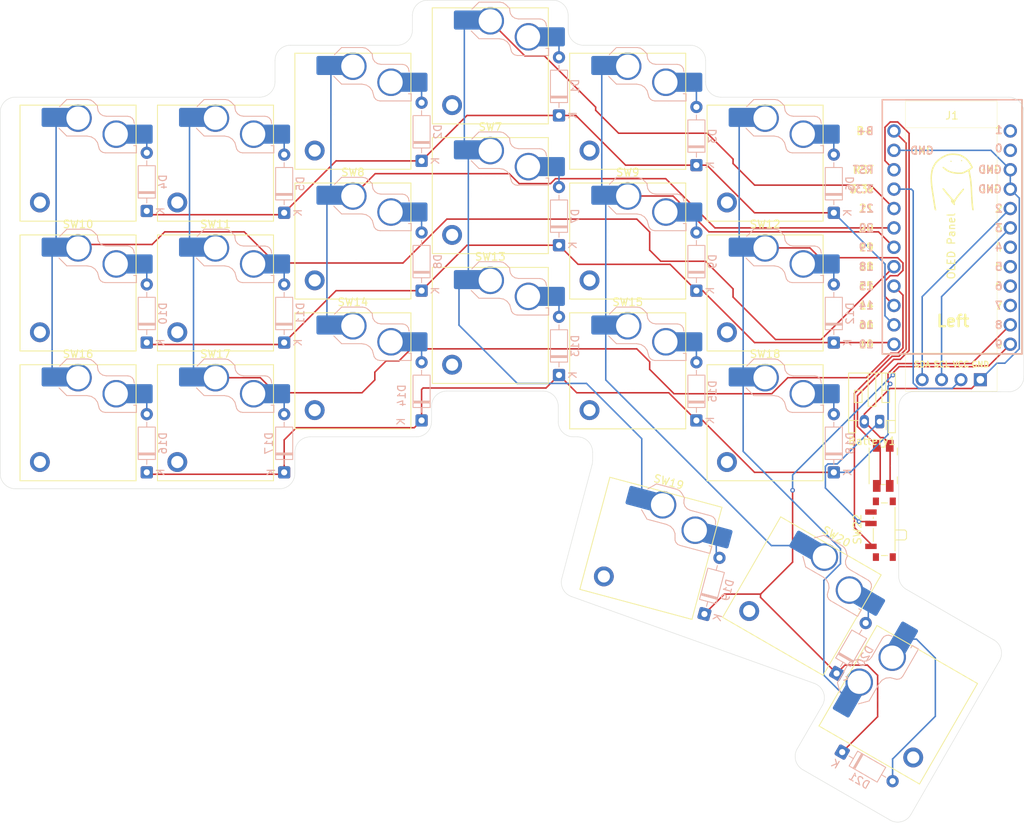
<source format=kicad_pcb>
(kicad_pcb (version 20241229) (generator "pcbnew") (generator_version "9.0")
  (layers (0 "F.Cu" signal) (2 "B.Cu" signal) (13 "F.Paste" user) (15 "B.Paste" user) (5 "F.SilkS" user "F.Silkscreen") (7 "B.SilkS" user "B.Silkscreen") (1 "F.Mask" user) (3 "B.Mask" user) (25 "Edge.Cuts" user))
  (net 0 "")
  (net 1 "Net-(Battery1-Pin_1)")
  (net 2 "GND")
  (net 3 "Net-(D1-A)")
  (net 4 "Row0")
  (net 5 "Net-(D2-A)")
  (net 6 "Net-(D3-A)")
  (net 7 "Net-(D4-A)")
  (net 8 "Net-(D5-A)")
  (net 9 "Net-(D6-A)")
  (net 10 "Row1")
  (net 11 "Net-(D7-A)")
  (net 12 "Net-(D8-A)")
  (net 13 "Net-(D9-A)")
  (net 14 "Net-(D10-A)")
  (net 15 "Net-(D11-A)")
  (net 16 "Net-(D12-A)")
  (net 17 "Net-(D13-A)")
  (net 18 "Row2")
  (net 19 "Net-(D14-A)")
  (net 20 "Net-(D15-A)")
  (net 21 "Net-(D16-A)")
  (net 22 "Net-(D17-A)")
  (net 23 "Net-(D18-A)")
  (net 24 "Net-(D19-A)")
  (net 25 "Row3")
  (net 26 "Net-(D20-A)")
  (net 27 "Net-(D21-A)")
  (net 28 "SDA")
  (net 29 "SCK")
  (net 30 "VCC")
  (net 31 "Col0")
  (net 32 "Col1")
  (net 33 "Col2")
  (net 34 "Col3")
  (net 35 "Col4")
  (net 36 "Col5")
  (net 37 "Net-(SW22-B)")
  (net 39 "Reset")
  (footprint "led:Hotswap_Choc_V1V2_Plated_1.00u_plate_cutout" (layer "F.Cu") (at 54 80.75)
    (property "Reference" "SW5" (hide yes))
    (property "Value" "SW_Push_45deg")
  )
  (footprint "Button_Switch_SMD:Panasonic_EVQPUL_EVQPUC" (layer "F.Cu") (at 141.475 120.4 -90)
    (property "Reference" "SW23" (hide yes))
    (property "Value" "SW_Push")
  )
  (footprint "led:Hotswap_Choc_V1V2_Plated_1.00u_plate_cutout" (layer "F.Cu") (at 108 107.95)
    (property "Reference" "SW15")
    (property "Value" "SW_Push_45deg" (hide yes))
  )
  (footprint "led:Hotswap_Choc_V1V2_Plated_1.00u_plate_cutout" (layer "F.Cu") (at 108 73.95)
    (property "Reference" "SW3" (hide yes))
    (property "Value" "SW_Push_45deg")
  )
  (footprint "" (layer "F.Cu") (at 138.5 79.2)
    (property "Reference" "")
    (property "Value" "")
  )
  (footprint "led:Hotswap_Choc_V1V2_Plated_1.00u_plate_cutout" (layer "F.Cu") (at 54 114.75)
    (property "Reference" "SW17")
    (property "Value" "SW_Push_45deg" (hide yes))
  )
  (footprint "Button_Switch_SMD:SW_SPDT_PCM12" (layer "F.Cu") (at 141.2925 128.7 90)
    (property "Reference" "SW22")
    (property "Value" "SW_SPDT_312" (hide yes))
  )
  (footprint "" (layer "F.Cu") (at 45 89.2)
    (property "Reference" "")
    (property "Value" "")
  )
  (footprint "led:Hotswap_Choc_V1V2_Plated_1.00u_plate_cutout" (layer "F.Cu") (at 90 102)
    (property "Reference" "SW13")
    (property "Value" "SW_Push_45deg" (hide yes))
  )
  (footprint "Connector_JST:JST_PH_S2B-PH-K_1x02_P2.00mm_Horizontal" (layer "F.Cu") (at 141 114.6 180)
    (property "Reference" "Battery1")
    (property "Value" "Conn_01x02_Socket")
  )
  (footprint "led:Hotswap_Choc_V1V2_Plated_1.00u_plate_cutout" (layer "F.Cu") (at 36 80.75)
    (property "Reference" "SW4" (hide yes))
    (property "Value" "SW_Push_45deg")
  )
  (footprint "led:Hotswap_Choc_V1V2_Plated_1.00u_plate_cutout" (layer "F.Cu") (at 90 85)
    (property "Reference" "SW7")
    (property "Value" "SW_Push_45deg")
  )
  (footprint "led:Hotswap_Choc_V1V2_Plated_1.00u_plate_cutout" (layer "F.Cu") (at 72 73.95)
    (property "Reference" "SW2" (hide yes))
    (property "Value" "SW_Push_45deg")
  )
  (footprint "led:Hotswap_Choc_V1V2_Plated_1.00u_plate_cutout" (layer "F.Cu") (at 54 97.75)
    (property "Reference" "SW11")
    (property "Value" "SW_Push_45deg")
  )
  (footprint "Photo:ok" (layer "F.Cu") (at 150.45969 81.921298)
    (property "Reference" "G***" (hide yes))
    (property "Value" "LOGO" (hide yes))
  )
  (footprint "" (layer "F.Cu") (at 107.6 119)
    (property "Reference" "")
    (property "Value" "")
  )
  (footprint "led:Hotswap_Choc_V1V2_Plated_1.00u_plate_cutout" (layer "F.Cu") (at 126 114.75)
    (property "Reference" "SW18")
    (property "Value" "SW_Push_45deg")
  )
  (footprint "led:Hotswap_Choc_V1V2_Plated_1.00u_plate_cutout" (layer "F.Cu") (at 111.0388 131.202168 -15)
    (property "Reference" "SW19")
    (property "Value" "SW_Push_45deg" (hide yes))
  )
  (footprint "led:Hotswap_Choc_V1V2_Plated_1.00u_plate_cutout" (layer "F.Cu") (at 90 68)
    (property "Reference" "SW1" (hide yes))
    (property "Value" "SW_Push_45deg")
  )
  (footprint "" (layer "F.Cu") (at 45 108.1)
    (property "Reference" "")
    (property "Value" "")
  )
  (footprint "ScottoKeebs_MCU:Nice_Nano_V2_Flipped" (layer "F.Cu") (at 150.5 90.5)
    (property "Reference" "U1" (hide yes))
    (property "Value" "Nice_Nano_V2" (hide yes))
  )
  (footprint "led:Hotswap_Choc_V1V2_Plated_1.00u_plate_cutout" (layer "F.Cu") (at 36 114.75)
    (property "Reference" "SW16")
    (property "Value" "SW_Push_45deg" (hide yes))
  )
  (footprint "led:Hotswap_Choc_V1V2_Plated_1.00u_plate_cutout" (layer "F.Cu") (at 126 80.75)
    (property "Reference" "SW6" (hide yes))
    (property "Value" "SW_Push_45deg")
  )
  (footprint "" (layer "F.Cu") (at 98.9 76.9)
    (property "Reference" "")
    (property "Value" "")
  )
  (footprint "" (layer "F.Cu") (at 134 126.3)
    (property "Reference" "")
    (property "Value" "")
  )
  (footprint "led:Hotswap_Choc_V1V2_Plated_1.00u_plate_cutout" (layer "F.Cu") (at 108 90.95)
    (property "Reference" "SW9")
    (property "Value" "SW_Push_45deg")
  )
  (footprint "" (layer "F.Cu") (at 157.8999 108.6967)
    (property "Reference" "")
    (property "Value" "")
  )
  (footprint "led:Hotswap_Choc_V1V2_Plated_1.00u_plate_cutout" (layer "F.Cu") (at 130.820954 137.461405 -30)
    (property "Reference" "SW20")
    (property "Value" "SW_Push_45deg" (hide yes))
  )
  (footprint "" (layer "F.Cu") (at 157.8999 108.6967)
    (property "Reference" "")
    (property "Value" "")
  )
  (footprint "led:Hotswap_Choc_V1V2_Plated_1.00u_plate_cutout" (layer "F.Cu") (at 72 107.95)
    (property "Reference" "SW14")
    (property "Value" "SW_Push_45deg" (hide yes))
  )
  (footprint "led:Hotswap_Choc_V1V2_Plated_1.00u_plate_cutout" (layer "F.Cu") (at 126 97.75)
    (property "Reference" "SW12")
    (property "Value" "SW_Push_45deg")
  )
  (footprint "led:Hotswap_Choc_V1V2_Plated_1.50u_plate_cutout" (layer "F.Cu") (at 143.439969 151.694873 60)
    (property "Reference" "SW21" (hide yes))
    (property "Value" "SW_Push_45deg" (hide yes))
  )
  (footprint "led:Hotswap_Choc_V1V2_Plated_1.00u_plate_cutout" (layer "F.Cu") (at 72 90.95)
    (property "Reference" "SW8")
    (property "Value" "SW_Push_45deg")
  )
  (footprint "hackpad:SSD1306-0.91-OLED-4pin-128x32_3d" (layer "F.Cu") (at 156.385 72.615 -90)
    (property "Reference" "J1")
    (property "Value" "OLED")
  )
  (footprint "led:Hotswap_Choc_V1V2_Plated_1.00u_plate_cutout" (layer "F.Cu") (at 36 97.75)
    (property "Reference" "SW10")
    (property "Value" "SW_Push_45deg")
  )
  (footprint "Diode_THT:D_DO-35_SOD27_P7.62mm_Horizontal" (layer "B.Cu") (at 99 91.5 90)
    (property "Reference" "D7")
    (property "Value" "1N4148")
  )
  (footprint "Diode_THT:D_DO-35_SOD27_P7.62mm_Horizontal" (layer "B.Cu") (at 135 104.25 90)
    (property "Reference" "D12")
    (property "Value" "1N4148")
  )
  (footprint "Diode_THT:D_DO-35_SOD27_P7.62mm_Horizontal" (layer "B.Cu") (at 63 87.25 90)
    (property "Reference" "D5")
    (property "Value" "1N4148")
  )
  (footprint "Diode_THT:D_DO-35_SOD27_P7.62mm_Horizontal" (layer "B.Cu") (at 135.365182 147.59057 60)
    (property "Reference" "D20")
    (property "Value" "1N4148" (hide yes))
  )
  (footprint "Diode_THT:D_DO-35_SOD27_P7.62mm_Horizontal" (layer "B.Cu") (at 81 97.45 90)
    (property "Reference" "D8")
    (property "Value" "1N4148")
  )
  (footprint "Diode_THT:D_DO-35_SOD27_P7.62mm_Horizontal" (layer "B.Cu") (at 136.100447 157.895 -30)
    (property "Reference" "D21")
    (property "Value" "1N4148")
  )
  (footprint "Diode_THT:D_DO-35_SOD27_P7.62mm_Horizontal" (layer "B.Cu") (at 45 87.01 90)
    (property "Reference" "D4")
    (property "Value" "1N4148")
  )
  (footprint "Diode_THT:D_DO-35_SOD27_P7.62mm_Horizontal" (layer "B.Cu") (at 63 104.25 90)
    (property "Reference" "D11")
    (property "Value" "1N4148")
  )
  (footprint "Diode_THT:D_DO-35_SOD27_P7.62mm_Horizontal" (layer "B.Cu") (at 81 80.45 90)
    (property "Reference" "D2")
    (property "Value" "1N4148")
  )
  (footprint "Diode_THT:D_DO-35_SOD27_P7.62mm_Horizontal" (layer "B.Cu") (at 81 114.45 90)
    (property "Reference" "D14")
    (property "Value" "1N4148" (hide yes))
  )
  (footprint "Diode_THT:D_DO-35_SOD27_P7.62mm_Horizontal" (layer "B.Cu") (at 117 97.45 90)
    (property "Reference" "D9")
    (property "Value" "1N4148")
  )
  (footprint "Diode_THT:D_DO-35_SOD27_P7.62mm_Horizontal" (layer "B.Cu") (at 99 74.5 90)
    (property "Reference" "D1")
    (property "Value" "1N4148")
  )
  (footprint "Diode_THT:D_DO-35_SOD27_P7.62mm_Horizontal" (layer "B.Cu") (at 135 87.25 90)
    (property "Reference" "D6")
    (property "Value" "1N4148")
  )
  (footprint "Diode_THT:D_DO-35_SOD27_P7.62mm_Horizontal" (layer "B.Cu") (at 63 121.25 90)
    (property "Reference" "D17")
    (property "Value" "1N4148" (hide yes))
  )
  (footprint "Diode_THT:D_DO-35_SOD27_P7.62mm_Horizontal" (layer "B.Cu") (at 117 81.01 90)
    (property "Reference" "D3")
    (property "Value" "1N4148")
  )
  (footprint "Diode_THT:D_DO-35_SOD27_P7.62mm_Horizontal" (layer "B.Cu") (at 118.049808 139.810057 75)
    (property "Reference" "D19")
    (property "Value" "1N4148")
  )
  (footprint "Diode_THT:D_DO-35_SOD27_P7.62mm_Horizontal" (layer "B.Cu") (at 45 104.25 90)
    (property "Reference" "D10")
    (property "Value" "1N4148")
  )
  (footprint "Diode_THT:D_DO-35_SOD27_P7.62mm_Horizontal" (layer "B.Cu") (at 45 121.25 90)
    (property "Reference" "D16")
    (property "Value" "1N4148")
  )
  (footprint "Diode_THT:D_DO-35_SOD27_P7.62mm_Horizontal" (layer "B.Cu") (at 117 114.45 90)
    (property "Reference" "D15")
    (property "Value" "1N4148")
  )
  (footprint "Diode_THT:D_DO-35_SOD27_P7.62mm_Horizontal" (layer "B.Cu") (at 135 121.25 90)
    (property "Reference" "D18")
    (property "Value" "1N4148")
  )
  (footprint "Diode_THT:D_DO-35_SOD27_P7.62mm_Horizontal" (layer "B.Cu") (at 99 108.5 90)
    (property "Reference" "D13")
    (property "Value" "1N4148")
  )
  (gr_arc (start 120.2 72.1) (mid 118.785786 71.514214) (end 118.2 70.1) (stroke (width 0.05)) (layer "Edge.Cuts"))
  (gr_line (start 81.8 59.4) (end 98.2 59.4) (stroke (width 0.05)) (layer "Edge.Cuts"))
  (gr_arc (start 25.8 74.1) (mid 26.385786 72.685786) (end 27.8 72.1) (stroke (width 0.05)) (layer "Edge.Cuts"))
  (gr_arc (start 96.9 110.6) (mid 98.314214 111.185786) (end 98.9 112.6) (stroke (width 0.05)) (layer "Edge.Cuts"))
  (gr_arc (start 144.499851 136.577379) (mid 143.767901 135.845341) (end 143.5 134.845414) (stroke (width 0.05)) (layer "Edge.Cuts"))
  (gr_line (start 84.3 110.6) (end 96.9 110.6) (stroke (width 0.05)) (layer "Edge.Cuts"))
  (gr_line (start 157.896733 110.696727) (end 145.503267 110.676481) (stroke (width 0.05)) (layer "Edge.Cuts"))
  (gr_arc (start 143.5 112.676478) (mid 144.08695 111.261124) (end 145.503267 110.676481) (stroke (width 0.05)) (layer "Edge.Cuts"))
  (gr_line (start 130.2034 157.466854) (end 133.497393 151.777231) (stroke (width 0.05)) (layer "Edge.Cuts"))
  (gr_arc (start 64.4 121.4) (mid 63.814214 122.814214) (end 62.4 123.4) (stroke (width 0.05)) (layer "Edge.Cuts"))
  (gr_line (start 27.8 123.4) (end 62.4 123.4) (stroke (width 0.05)) (layer "Edge.Cuts"))
  (gr_arc (start 102.2 65.3) (mid 100.785786 64.714214) (end 100.2 63.3) (stroke (width 0.05)) (layer "Edge.Cuts"))
  (gr_line (start 27.8 72.1) (end 59.8 72.1) (stroke (width 0.05)) (layer "Edge.Cuts"))
  (gr_line (start 142.366639 166.799537) (end 130.934472 160.201105) (stroke (width 0.05)) (layer "Edge.Cuts"))
  (gr_line (start 100.2 61.4) (end 100.2 63.3) (stroke (width 0.05)) (layer "Edge.Cuts"))
  (gr_line (start 25.8 74.1) (end 25.8 121.4) (stroke (width 0.05)) (layer "Edge.Cuts"))
  (gr_line (start 63.8 65.3) (end 77.8 65.3) (stroke (width 0.05)) (layer "Edge.Cuts"))
  (gr_line (start 120.2 72.1) (end 157.9 72.1) (stroke (width 0.05)) (layer "Edge.Cuts"))
  (gr_line (start 103.4 119.738287) (end 103.4 118.6) (stroke (width 0.05)) (layer "Edge.Cuts"))
  (gr_arc (start 132.439879 148.891912) (mid 133.644389 150.086907) (end 133.497393 151.777231) (stroke (width 0.05)) (layer "Edge.Cuts"))
  (gr_arc (start 79.8 61.4) (mid 80.385786 59.985786) (end 81.8 59.4) (stroke (width 0.05)) (layer "Edge.Cuts"))
  (gr_arc (start 100.632832 137.51956) (mid 99.53551 136.566239) (end 99.373512 135.121701) (stroke (width 0.05)) (layer "Edge.Cuts"))
  (gr_line (start 61.8 70.1) (end 61.8 67.3) (stroke (width 0.05)) (layer "Edge.Cuts"))
  (gr_arc (start 116.2 65.3) (mid 117.614214 65.885786) (end 118.2 67.3) (stroke (width 0.05)) (layer "Edge.Cuts"))
  (gr_line (start 143.5 112.676478) (end 143.5 134.845414) (stroke (width 0.05)) (layer "Edge.Cuts"))
  (gr_arc (start 100.9 116.6) (mid 99.485786 116.014214) (end 98.9 114.6) (stroke (width 0.05)) (layer "Edge.Cuts"))
  (gr_arc (start 155.969585 143.200747) (mid 156.901075 144.414374) (end 156.702297 145.931308) (stroke (width 0.05)) (layer "Edge.Cuts"))
  (gr_line (start 102.2 65.3) (end 116.2 65.3) (stroke (width 0.05)) (layer "Edge.Cuts"))
  (gr_line (start 156.702297 145.931308) (end 145.099279 166.065956) (stroke (width 0.05)) (layer "Edge.Cuts"))
  (gr_arc (start 82.3 114.6) (mid 81.714214 116.014214) (end 80.3 116.6) (stroke (width 0.05)) (layer "Edge.Cuts"))
  (gr_arc (start 157.9 72.1) (mid 159.314214 72.685786) (end 159.9 74.1) (stroke (width 0.05)) (layer "Edge.Cuts"))
  (gr_arc (start 27.8 123.4) (mid 26.385786 122.814214) (end 25.8 121.4) (stroke (width 0.05)) (layer "Edge.Cuts"))
  (gr_line (start 118.2 67.3) (end 118.2 70.1) (stroke (width 0.05)) (layer "Edge.Cuts"))
  (gr_arc (start 79.8 63.3) (mid 79.214214 64.714214) (end 77.8 65.3) (stroke (width 0.05)) (layer "Edge.Cuts"))
  (gr_arc (start 101.4 116.6) (mid 102.814214 117.185786) (end 103.4 118.6) (stroke (width 0.05)) (layer "Edge.Cuts"))
  (gr_arc (start 64.4 118.6) (mid 64.985786 117.185786) (end 66.4 116.6) (stroke (width 0.05)) (layer "Edge.Cuts"))
  (gr_arc (start 103.4 119.738287) (mid 103.383093 119.997788) (end 103.33266 120.252901) (stroke (width 0.05)) (layer "Edge.Cuts"))
  (gr_line (start 159.9 74.1) (end 159.9 105.9) (stroke (width 0.05)) (layer "Edge.Cuts"))
  (gr_arc (start 130.934472 160.201105) (mid 130.002124 158.985531) (end 130.2034 157.466854) (stroke (width 0.05)) (layer "Edge.Cuts"))
  (gr_line (start 99.373512 135.121701) (end 103.33266 120.252901) (stroke (width 0.05)) (layer "Edge.Cuts"))
  (gr_arc (start 98.2 59.4) (mid 99.614214 59.985786) (end 100.2 61.4) (stroke (width 0.05)) (layer "Edge.Cuts"))
  (gr_line (start 98.9 112.6) (end 98.9 114.6) (stroke (width 0.05)) (layer "Edge.Cuts"))
  (gr_line (start 82.3 114.6) (end 82.3 112.6) (stroke (width 0.05)) (layer "Edge.Cuts"))
  (gr_line (start 132.439879 148.891912) (end 100.632832 137.51956) (stroke (width 0.05)) (layer "Edge.Cuts"))
  (gr_arc (start 61.8 70.1) (mid 61.214214 71.514214) (end 59.8 72.1) (stroke (width 0.05)) (layer "Edge.Cuts"))
  (gr_arc (start 61.8 67.3) (mid 62.385786 65.885786) (end 63.8 65.3) (stroke (width 0.05)) (layer "Edge.Cuts"))
  (gr_arc (start 159.9 108.69673) (mid 159.313047 110.112079) (end 157.896733 110.696727) (stroke (width 0.05)) (layer "Edge.Cuts"))
  (gr_arc (start 145.099279 166.065956) (mid 143.884962 166.999) (end 142.366639 166.799537) (stroke (width 0.05)) (layer "Edge.Cuts"))
  (gr_line (start 159.9 105.9) (end 159.9 108.69673) (stroke (width 0.05)) (layer "Edge.Cuts"))
  (gr_line (start 144.499851 136.577379) (end 155.969585 143.200747) (stroke (width 0.05)) (layer "Edge.Cuts"))
  (gr_line (start 79.8 63.3) (end 79.8 61.4) (stroke (width 0.05)) (layer "Edge.Cuts"))
  (gr_line (start 101.4 116.6) (end 100.9 116.6) (stroke (width 0.05)) (layer "Edge.Cuts"))
  (gr_arc (start 82.3 112.6) (mid 82.885786 111.185786) (end 84.3 110.6) (stroke (width 0.05)) (layer "Edge.Cuts"))
  (gr_line (start 64.4 121.4) (end 64.4 118.6) (stroke (width 0.05)) (layer "Edge.Cuts"))
  (gr_line (start 66.4 116.6) (end 80.3 116.6) (stroke (width 0.05)) (layer "Edge.Cuts"))
  (gr_text "Left" (at 148.3 102.3 0) (layer "F.SilkS") (effects (font (size 1.5 1.5) (thickness 0.3) (bold yes)) (justify left bottom)))
  (segment (start 138.3 127.7) (end 139.7125 127.7) (width 0.2) (layer "F.Cu") (net 1))
  (segment (start 139.7125 127.7) (end 139.9625 127.95) (width 0.2) (layer "F.Cu") (net 1))
  (via (at 138.3 127.7) (size 0.6) (drill 0.3) (layers "F.Cu" "B.Cu") (net 1))
  (segment (start 141 114.6) (end 135.451 120.149) (width 0.2) (layer "B.Cu") (net 1))
  (segment (start 134.21484 120.149) (end 133.899 120.46484) (width 0.2) (layer "B.Cu") (net 1))
  (segment (start 133.899 120.46484) (end 133.899 123.299) (width 0.2) (layer "B.Cu") (net 1))
  (segment (start 133.899 123.299) (end 138.3 127.7) (width 0.2) (layer "B.Cu") (net 1))
  (segment (start 135.451 120.149) (end 134.21484 120.149) (width 0.2) (layer "B.Cu") (net 1))
  (segment (start 139 113.617894) (end 142.351894 110.266) (width 0.2) (layer "F.Cu") (net 2))
  (segment (start 153.044 110.266) (end 154.195 109.115) (width 0.2) (layer "F.Cu") (net 2))
  (segment (start 142.575 117.775) (end 142.374 117.976) (width 0.2) (layer "F.Cu") (net 2))
  (segment (start 142.351894 110.266) (end 153.044 110.266) (width 0.2) (layer "F.Cu") (net 2))
  (segment (start 141.499 116.699) (end 142.575 117.775) (width 0.2) (layer "F.Cu") (net 2))
  (segment (start 139 114.6) (end 141.099 116.699) (width 0.2) (layer "F.Cu") (net 2))
  (segment (start 139 114.6) (end 139 113.617894) (width 0.2) (layer "F.Cu") (net 2))
  (segment (start 141.099 116.699) (end 141.499 116.699) (width 0.2) (layer "F.Cu") (net 2))
  (segment (start 142.374 117.976) (end 142.374 122.824) (width 0.2) (layer "F.Cu") (net 2))
  (segment (start 142.88 79.07) (end 155.58 79.07) (width 0.2) (layer "B.Cu") (net 2))
  (segment (start 156.361 106.949) (end 157.411 106.949) (width 0.2) (layer "B.Cu") (net 2))
  (segment (start 154.195 109.115) (end 156.361 106.949) (width 0.2) (layer "B.Cu") (net 2))
  (segment (start 157.411 106.949) (end 159.2973 105.0627) (width 0.2) (layer "B.Cu") (net 2))
  (segment (start 159.2973 105.0627) (end 159.2973 85.3273) (width 0.2) (layer "B.Cu") (net 2))
  (segment (start 155.58 79.07) (end 158.12 81.61) (width 0.2) (layer "B.Cu") (net 2))
  (segment (start 159.2973 85.3273) (end 158.12 84.15) (width 0.2) (layer "B.Cu") (net 2))
  (segment (start 158.12 84.15) (end 158.12 81.61) (width 0.2) (layer "B.Cu") (net 2))
  (segment (start 99 65.35) (end 97.85 64.2) (width 0.2) (layer "B.Cu") (net 3))
  (segment (start 99 66.88) (end 99 65.35) (width 0.2) (layer "B.Cu") (net 3))
  (segment (start 62.749 87.501) (end 63 87.25) (width 0.2) (layer "F.Cu") (net 4))
  (segment (start 117 81.01) (end 118.374156 81.01) (width 0.2) (layer "F.Cu") (net 4))
  (segment (start 124.614156 87.25) (end 135 87.25) (width 0.2) (layer "F.Cu") (net 4))
  (segment (start 69.8 80.45) (end 81 80.45) (width 0.2) (layer "F.Cu") (net 4))
  (segment (start 107.720108 81.01) (end 101.210108 74.5) (width 0.2) (layer "F.Cu") (net 4))
  (segment (start 86.95 74.5) (end 99 74.5) (width 0.2) (layer "F.Cu") (net 4))
  (segment (start 118.374156 81.01) (end 124.614156 87.25) (width 0.2) (layer "F.Cu") (net 4))
  (segment (start 45 87.25) (end 45.251 87.501) (width 0.2) (layer "F.Cu") (net 4))
  (segment (start 81 80.45) (end 86.95 74.5) (width 0.2) (layer "F.Cu") (net 4))
  (segment (start 101.210108 74.5) (end 99 74.5) (width 0.2) (layer "F.Cu") (net 4))
  (segment (start 63 87.25) (end 69.8 80.45) (width 0.2) (layer "F.Cu") (net 4))
  (segment (start 45.251 87.501) (end 62.749 87.501) (width 0.2) (layer "F.Cu") (net 4))
  (segment (start 117 81.01) (end 107.720108 81.01) (width 0.2) (layer "F.Cu") (net 4))
  (segment (start 142.88 101.93) (end 141.7027 100.7527) (width 0.2) (layer "B.Cu") (net 4))
  (segment (start 141.7027 100.7527) (end 141.7027 93.9527) (width 0.2) (layer "B.Cu") (net 4))
  (segment (start 141.7027 93.9527) (end 135 87.25) (width 0.2) (layer "B.Cu") (net 4))
  (segment (start 81 71.3) (end 79.85 70.15) (width 0.2) (layer "B.Cu") (net 5))
  (segment (start 81 72.83) (end 81 71.3) (width 0.2) (layer "B.Cu") (net 5))
  (segment (start 117 72.83) (end 117 71.3) (width 0.2) (layer "B.Cu") (net 6))
  (segment (start 117 71.3) (end 115.85 70.15) (width 0.2) (layer "B.Cu") (net 6))
  (segment (start 45 79.63) (end 45 78.1) (width 0.2) (layer "B.Cu") (net 7))
  (segment (start 45 78.1) (end 43.85 76.95) (width 0.2) (layer "B.Cu") (net 7))
  (segment (start 63 78.1) (end 61.85 76.95) (width 0.2) (layer "B.Cu") (net 8))
  (segment (start 63 79.63) (end 63 78.1) (width 0.2) (layer "B.Cu") (net 8))
  (segment (start 135 78.1) (end 133.85 76.95) (width 0.2) (layer "B.Cu") (net 9))
  (segment (start 135 79.63) (end 135 78.1) (width 0.2) (layer "B.Cu") (net 9))
  (segment (start 117 97.45) (end 117.814156 97.45) (width 0.2) (layer "F.Cu") (net 10))
  (segment (start 135 104.25) (end 142.66 104.25) (width 0.2) (layer "F.Cu") (net 10))
  (segment (start 117.814156 97.45) (end 124.614156 104.25) (width 0.2) (layer "F.Cu") (net 10))
  (segment (start 99 91.5) (end 101.5 94) (width 0.2) (layer "F.Cu") (net 10))
  (segment (start 69.8 97.45) (end 81 97.45) (width 0.2) (layer "F.Cu") (net 10))
  (segment (start 101.5 94) (end 113.55 94) (width 0.2) (layer "F.Cu") (net 10))
  (segment (start 45 104.25) (end 45.251 104.501) (width 0.2) (layer "F.Cu") (net 10))
  (segment (start 62.749 104.501) (end 63 104.25) (width 0.2) (layer "F.Cu") (net 10))
  (segment (start 86.95 91.5) (end 99 91.5) (width 0.2) (layer "F.Cu") (net 10))
  (segment (start 142.66 104.25) (end 142.88 104.47) (width 0.2) (layer "F.Cu") (net 10))
  (segment (start 63 104.25) (end 69.8 97.45) (width 0.2) (layer "F.Cu") (net 10))
  (segment (start 113.55 94) (end 117 97.45) (width 0.2) (layer "F.Cu") (net 10))
  (segment (start 45.251 104.501) (end 62.749 104.501) (width 0.2) (layer "F.Cu") (net 10))
  (segment (start 81 97.45) (end 86.95 91.5) (width 0.2) (layer "F.Cu") (net 10))
  (segment (start 124.614156 104.25) (end 135 104.25) (width 0.2) (layer "F.Cu") (net 10))
  (segment (start 99 82.35) (end 97.85 81.2) (width 0.2) (layer "B.Cu") (net 11))
  (segment (start 99 83.88) (end 99 82.35) (width 0.2) (layer "B.Cu") (net 11))
  (segment (start 81 88.3) (end 79.85 87.15) (width 0.2) (layer "B.Cu") (net 12))
  (segment (start 81 89.83) (end 81 88.3) (width 0.2) (layer "B.Cu") (net 12))
  (segment (start 117 88.3) (end 115.85 87.15) (width 0.2) (layer "B.Cu") (net 13))
  (segment (start 117 89.83) (end 117 88.3) (width 0.2) (layer "B.Cu") (net 13))
  (segment (start 45 95.1) (end 43.85 93.95) (width 0.2) (layer "B.Cu") (net 14))
  (segment (start 45 96.63) (end 45 95.1) (width 0.2) (layer "B.Cu") (net 14))
  (segment (start 63 96.63) (end 63 95.1) (width 0.2) (layer "B.Cu") (net 15))
  (segment (start 63 95.1) (end 61.85 93.95) (width 0.2) (layer "B.Cu") (net 15))
  (segment (start 135 95.1) (end 133.85 93.95) (width 0.2) (layer "B.Cu") (net 16))
  (segment (start 135 96.63) (end 135 95.1) (width 0.2) (layer "B.Cu") (net 16))
  (segment (start 99 99.35) (end 97.85 98.2) (width 0.2) (layer "B.Cu") (net 17))
  (segment (start 99 100.88) (end 99 99.35) (width 0.2) (layer "B.Cu") (net 17))
  (segment (start 124.614156 121.25) (end 135 121.25) (width 0.2) (layer "F.Cu") (net 18))
  (segment (start 101.326 110.826) (end 113.376 110.826) (width 0.2) (layer "F.Cu") (net 18))
  (segment (start 45.251 121.501) (end 62.749 121.501) (width 0.2) (layer "F.Cu") (net 18))
  (segment (start 142.1 108.883473) (end 142.1 109.383473) (width 0.2) (layer "F.Cu") (net 18))
  (segment (start 153.05 107) (end 158.12 101.93) (width 0.2) (layer "F.Cu") (net 18))
  (segment (start 81 110.4) (end 81.2 110.2) (width 0.2) (layer "F.Cu") (net 18))
  (segment (start 143.4 107) (end 153.05 107) (width 0.2) (layer "F.Cu") (net 18))
  (segment (start 142.1 108.3) (end 143.4 107) (width 0.2) (layer "F.Cu") (net 18))
  (segment (start 80.05 115.4) (end 81 114.45) (width 0.2) (layer "F.Cu") (net 18))
  (segment (start 142.1 108.883473) (end 142.1 108.3) (width 0.2) (layer "F.Cu") (net 18))
  (segment (start 113.376 110.826) (end 117 114.45) (width 0.2) (layer "F.Cu") (net 18))
  (segment (start 64.6 115.4) (end 80.05 115.4) (width 0.2) (layer "F.Cu") (net 18))
  (segment (start 99 108.5) (end 101.326 110.826) (width 0.2) (layer "F.Cu") (net 18))
  (segment (start 81 114.45) (end 81 110.4) (width 0.2) (layer "F.Cu") (net 18))
  (segment (start 117 114.45) (end 117.814156 114.45) (width 0.2) (layer "F.Cu") (net 18))
  (segment (start 45 121.25) (end 45.251 121.501) (width 0.2) (layer "F.Cu") (net 18))
  (segment (start 142.1 109.383473) (end 142.382527 109.666) (width 0.2) (layer "F.Cu") (net 18))
  (segment (start 97.3 110.2) (end 99 108.5) (width 0.2) (layer "F.Cu") (net 18))
  (segment (start 62.749 121.501) (end 63 121.25) (width 0.2) (layer "F.Cu") (net 18))
  (segment (start 63 117) (end 64.6 115.4) (width 0.2) (layer "F.Cu") (net 18))
  (segment (start 81.2 110.2) (end 97.3 110.2) (width 0.2) (layer "F.Cu") (net 18))
  (segment (start 117.814156 114.45) (end 124.614156 121.25) (width 0.2) (layer "F.Cu") (net 18))
  (segment (start 63 121.25) (end 63 117) (width 0.2) (layer "F.Cu") (net 18))
  (via (at 142.382527 109.666) (size 0.6) (drill 0.3) (layers "F.Cu" "B.Cu") (net 18))
  (segment (start 142.382527 109.666) (end 142.1 109.948527) (width 0.2) (layer "B.Cu") (net 18))
  (segment (start 142.1 109.948527) (end 142.1 116.3) (width 0.2) (layer "B.Cu") (net 18))
  (segment (start 137.15 121.25) (end 135 121.25) (width 0.2) (layer "B.Cu") (net 18))
  (segment (start 142.1 116.3) (end 137.15 121.25) (width 0.2) (layer "B.Cu") (net 18))
  (segment (start 81 105.3) (end 79.85 104.15) (width 0.2) (layer "B.Cu") (net 19))
  (segment (start 81 106.83) (end 81 105.3) (width 0.2) (layer "B.Cu") (net 19))
  (segment (start 117 106.83) (end 117 105.3) (width 0.2) (layer "B.Cu") (net 20))
  (segment (start 117 105.3) (end 115.85 104.15) (width 0.2) (layer "B.Cu") (net 20))
  (segment (start 45 112.1) (end 43.85 110.95) (width 0.2) (layer "B.Cu") (net 21))
  (segment (start 45 113.63) (end 45 112.1) (width 0.2) (layer "B.Cu") (net 21))
  (segment (start 63 112.1) (end 61.85 110.95) (width 0.2) (layer "B.Cu") (net 22))
  (segment (start 63 113.63) (end 63 112.1) (width 0.2) (layer "B.Cu") (net 22))
  (segment (start 135 112.1) (end 133.85 110.95) (width 0.2) (layer "B.Cu") (net 23))
  (segment (start 135 113.63) (end 135 112.1) (width 0.2) (layer "B.Cu") (net 23))
  (segment (start 120.022009 129.980558) (end 119.60483 129.563379) (width 0.2) (layer "B.Cu") (net 24))
  (segment (start 119.60483 132.032521) (end 120.02201 132.449701) (width 0.2) (layer "B.Cu") (net 24))
  (segment (start 119.60483 129.563379) (end 119.60483 132.032521) (width 0.2) (layer "B.Cu") (net 24))
  (segment (start 142.63355 108.33355) (end 142.740715 108.440715) (width 0.2) (layer "F.Cu") (net 25))
  (segment (start 135.365182 147.59057) (end 125.4 137.625388) (width 0.2) (layer "F.Cu") (net 25))
  (segment (start 140.737631 147.837631) (end 140.737631 153.257816) (width 0.2) (layer "F.Cu") (net 25))
  (segment (start 135.365182 147.59057) (end 136.455752 146.5) (width 0.2) (layer "F.Cu") (net 25))
  (segment (start 118.049808 139.810057) (end 120.659865 137.2) (width 0.2) (layer "F.Cu") (net 25))
  (segment (start 139.4 146.5) (end 140.737631 147.837631) (width 0.2) (layer "F.Cu") (net 25))
  (segment (start 158.12 104.47) (end 155.29 107.3) (width 0.2) (layer "F.Cu") (net 25))
  (segment (start 125.409111 137.2) (end 125.4 137.2) (width 0.2) (layer "F.Cu") (net 25))
  (segment (start 155.29 107.3) (end 153.3171 107.3) (width 0.2) (layer "F.Cu") (net 25))
  (segment (start 136.455752 146.5) (end 139.4 146.5) (width 0.2) (layer "F.Cu") (net 25))
  (segment (start 153.2161 107.401) (end 143.5661 107.401) (width 0.2) (layer "F.Cu") (net 25))
  (segment (start 143.5661 107.401) (end 142.63355 108.33355) (width 0.2) (layer "F.Cu") (net 25))
  (segment (start 142.740715 108.440715) (end 142.740715 108.507815) (width 0.2) (layer "F.Cu") (net 25))
  (segment (start 129.6 133.009111) (end 125.409111 137.2) (width 0.2) (layer "F.Cu") (net 25))
  (segment (start 125.4 137.2) (end 125.4 137.625388) (width 0.2) (layer "F.Cu") (net 25))
  (segment (start 140.737631 153.257816) (end 136.100447 157.895) (width 0.2) (layer "F.Cu") (net 25))
  (segment (start 129.6 123.6) (end 129.6 133.009111) (width 0.2) (layer "F.Cu") (net 25))
  (segment (start 153.3171 107.3) (end 153.2161 107.401) (width 0.2) (layer "F.Cu") (net 25))
  (segment (start 120.659865 137.2) (end 125.4 137.2) (width 0.2) (layer "F.Cu") (net 25))
  (segment (start 142.63355 108.33355) (end 142.6 108.3671) (width 0.2) (layer "F.Cu") (net 25))
  (via (at 142.740715 108.507815) (size 0.6) (drill 0.3) (layers "F.Cu" "B.Cu") (net 25))
  (via (at 129.6 123.6) (size 0.6) (drill 0.3) (layers "F.Cu" "B.Cu") (net 25))
  (segment (start 142.740715 108.507815) (end 142.692185 108.507815) (width 0.2) (layer "B.Cu") (net 25))
  (segment (start 129.6 121.6) (end 129.6 123.6) (width 0.2) (layer "B.Cu") (net 25))
  (segment (start 142.692185 108.507815) (end 129.6 121.6) (width 0.2) (layer "B.Cu") (net 25))
  (segment (start 139.519253 138.095508) (end 139.519253 140.647383) (width 0.2) (layer "B.Cu") (net 26))
  (segment (start 139.175183 138.439578) (end 139.519253 138.095508) (width 0.2) (layer "B.Cu") (net 26))
  (segment (start 139.519253 140.647383) (end 139.175179 140.991457) (width 0.2) (layer "B.Cu") (net 26))
  (segment (start 148.3 145.572297) (end 148.3 153.2) (width 0.2) (layer "B.Cu") (net 27))
  (segment (start 142.69956 158.800444) (end 142.69956 161.704997) (width 0.2) (layer "B.Cu") (net 27))
  (segment (start 148.3 153.2) (end 142.699558 158.800442) (width 0.2) (layer "B.Cu") (net 27))
  (segment (start 142.699558 158.800442) (end 142.69956 158.800444) (width 0.2) (layer "B.Cu") (net 27))
  (segment (start 145.82366 143.095957) (end 148.3 145.572297) (width 0.2) (layer "B.Cu") (net 27))
  (segment (start 144.380284 143.095957) (end 145.82366 143.095957) (width 0.2) (layer "B.Cu") (net 27))
  (segment (start 146.575 109.115) (end 146.575 98.235) (width 0.2) (layer "B.Cu") (net 28))
  (segment (start 146.575 98.235) (end 158.12 86.69) (width 0.2) (layer "B.Cu") (net 28))
  (segment (start 149.115 98.235) (end 158.12 89.23) (width 0.2) (layer "B.Cu") (net 29))
  (segment (start 149.115 109.115) (end 149.115 98.235) (width 0.2) (layer "B.Cu") (net 29))
  (segment (start 151.655 109.115) (end 150.504 110.266) (width 0.2) (layer "B.Cu") (net 30))
  (segment (start 145.4 109.56776) (end 145.4 84.4) (width 0.2) (layer "B.Cu") (net 30))
  (segment (start 146.09824 110.266) (end 145.4 109.56776) (width 0.2) (layer "B.Cu") (net 30))
  (segment (start 145.15 84.15) (end 142.88 84.15) (width 0.2) (layer "B.Cu") (net 30))
  (segment (start 145.4 84.4) (end 145.15 84.15) (width 0.2) (layer "B.Cu") (net 30))
  (segment (start 150.504 110.266) (end 146.09824 110.266) (width 0.2) (layer "B.Cu") (net 30))
  (segment (start 97.088892 66.699) (end 94.527737 66.699) (width 0.2) (layer "F.Cu") (net 31))
  (segment (start 124.626 83.626) (end 121.801 80.801) (width 0.2) (layer "F.Cu") (net 31))
  (segment (start 139.816 83.626) (end 124.626 83.626) (width 0.2) (layer "F.Cu") (net 31))
  (segment (start 103.801 73.818278) (end 103.801 73.411108) (width 0.2) (layer "F.Cu") (net 31))
  (segment (start 94.527737 66.699) (end 90 62.171263) (width 0.2) (layer "F.Cu") (net 31))
  (segment (start 142.88 86.69) (end 139.816 83.626) (width 0.2) (layer "F.Cu") (net 31))
  (segment (start 121.801 80.211108) (end 118.415892 76.826) (width 0.2) (layer "F.Cu") (net 31))
  (segment (start 90 62.171263) (end 90 62.1) (width 0.2) (layer "F.Cu") (net 31))
  (segment (start 118.415892 76.826) (end 106.808722 76.826) (width 0.2) (layer "F.Cu") (net 31))
  (segment (start 106.808722 76.826) (end 103.801 73.818278) (width 0.2) (layer "F.Cu") (net 31))
  (segment (start 121.801 80.801) (end 121.801 80.211108) (width 0.2) (layer "F.Cu") (net 31))
  (segment (start 103.801 73.411108) (end 97.088892 66.699) (width 0.2) (layer "F.Cu") (net 31))
  (segment (start 87.15 96) (end 85.9 97.25) (width 0.2) (layer "B.Cu") (net 31))
  (segment (start 109.838826 124.668979) (end 109.838826 116.838826) (width 0.2) (layer "B.Cu") (net 31))
  (segment (start 102.601 109.601) (end 93.533722 109.601) (width 0.2) (layer "B.Cu") (net 31))
  (segment (start 109.838826 116.838826) (end 102.601 109.601) (width 0.2) (layer "B.Cu") (net 31))
  (segment (start 87.15 62) (end 86.601 62.549) (width 0.2) (layer "B.Cu") (net 31))
  (segment (start 86.601 78.451) (end 87.15 79) (width 0.2) (layer "B.Cu") (net 31))
  (segment (start 85.9 101.967278) (end 93.533722 109.601) (width 0.2) (layer "B.Cu") (net 31))
  (segment (start 87.15 79) (end 87.124 79.026) (width 0.2) (layer "B.Cu") (net 31))
  (segment (start 87.124 95.974) (end 87.15 96) (width 0.2) (layer "B.Cu") (net 31))
  (segment (start 87.124 79.026) (end 87.124 95.974) (width 0.2) (layer "B.Cu") (net 31))
  (segment (start 86.601 62.549) (end 86.601 78.451) (width 0.2) (layer "B.Cu") (net 31))
  (segment (start 85.9 97.25) (end 85.9 101.967278) (width 0.2) (layer "B.Cu") (net 31))
  (segment (start 92.4761 82.124) (end 74.926 82.124) (width 0.2) (layer "F.Cu") (net 32))
  (segment (start 98.54395 82.779) (end 97.899 83.42395) (width 0.2) (layer "F.Cu") (net 32))
  (segment (start 74.926 82.124) (end 72 85.05) (width 0.2) (layer "F.Cu") (net 32))
  (segment (start 93.77605 83.42395) (end 92.4761 82.124) (width 0.2) (layer "F.Cu") (net 32))
  (segment (start 142.88 89.23) (end 119.43 89.23) (width 0.2) (layer "F.Cu") (net 32))
  (segment (start 112.979 82.779) (end 98.54395 82.779) (width 0.2) (layer "F.Cu") (net 32))
  (segment (start 97.899 83.42395) (end 93.77605 83.42395) (width 0.2) (layer "F.Cu") (net 32))
  (segment (start 119.43 89.23) (end 112.979 82.779) (width 0.2) (layer "F.Cu") (net 32))
  (segment (start 69.124 67.976) (end 69.124 84.924) (width 0.2) (layer "B.Cu") (net 32))
  (segment (start 68.601 85.499) (end 68.601 101.401) (width 0.2) (layer "B.Cu") (net 32))
  (segment (start 69.15 84.95) (end 68.601 85.499) (width 0.2) (layer "B.Cu") (net 32))
  (segment (start 69.15 67.95) (end 69.124 67.976) (width 0.2) (layer "B.Cu") (net 32))
  (segment (start 69.124 84.924) (end 69.15 84.95) (width 0.2) (layer "B.Cu") (net 32))
  (segment (start 68.601 101.401) (end 69.15 101.95) (width 0.2) (layer "B.Cu") (net 32))
  (segment (start 142.88 91.77) (end 140.859 89.749) (width 0.2) (layer "F.Cu") (net 33))
  (segment (start 140.859 89.749) (end 118.63805 89.749) (width 0.2) (layer "F.Cu") (net 33))
  (segment (start 113.93905 85.05) (end 108 85.05) (width 0.2) (layer "F.Cu") (net 33))
  (segment (start 118.63805 89.749) (end 113.93905 85.05) (width 0.2) (layer "F.Cu") (net 33))
  (segment (start 105.15 84.95) (end 105.124 84.976) (width 0.2) (layer "B.Cu") (net 33))
  (segment (start 105.124 84.976) (end 105.124 101.924) (width 0.2) (layer "B.Cu") (net 33))
  (segment (start 105.124 101.976) (end 105.124 109.141278) (width 0.2) (layer "B.Cu") (net 33))
  (segment (start 104.601 68.499) (end 104.601 84.401) (width 0.2) (layer "B.Cu") (net 33))
  (segment (start 105.124 109.141278) (end 126.822975 130.840253) (width 0.2) (layer "B.Cu") (net 33))
  (segment (start 105.124 101.924) (end 105.15 101.95) (width 0.2) (layer "B.Cu") (net 33))
  (segment (start 105.15 101.95) (end 105.124 101.976) (width 0.2) (layer "B.Cu") (net 33))
  (segment (start 126.822975 130.840253) (end 131.352782 130.840253) (width 0.2) (layer "B.Cu") (net 33))
  (segment (start 104.601 84.401) (end 105.15 84.95) (width 0.2) (layer "B.Cu") (net 33))
  (segment (start 105.15 67.95) (end 104.601 68.499) (width 0.2) (layer "B.Cu") (net 33))
  (segment (start 84.31305 88.074) (end 78.56105 93.826) (width 0.2) (layer "F.Cu") (net 34))
  (segment (start 110.876 92.141278) (end 110.876 89.758722) (width 0.2) (layer "F.Cu") (net 34))
  (segment (start 57.770263 89.749) (end 47.351 89.749) (width 0.2) (layer "F.Cu") (net 34))
  (segment (start 47.351 89.749) (end 45.7 91.4) (width 0.2) (layer "F.Cu") (net 34))
  (segment (start 121.801 97.211108) (end 118.188892 93.599) (width 0.2) (layer "F.Cu") (net 34))
  (segment (start 110.876 89.758722) (end 109.191278 88.074) (width 0.2) (layer "F.Cu") (net 34))
  (segment (start 112.333722 93.599) (end 110.876 92.141278) (width 0.2) (layer "F.Cu") (net 34))
  (segment (start 121.801 98.288892) (end 121.801 97.211108) (width 0.2) (layer "F.Cu") (net 34))
  (segment (start 45.7 91.4) (end 36.45 91.4) (width 0.2) (layer "F.Cu") (net 34))
  (segment (start 142.88 94.31) (end 133.341 103.849) (width 0.2) (layer "F.Cu") (net 34))
  (segment (start 78.56105 93.826) (end 61.847263 93.826) (width 0.2) (layer "F.Cu") (net 34))
  (segment (start 127.361108 103.849) (end 121.801 98.288892) (width 0.2) (layer "F.Cu") (net 34))
  (segment (start 133.341 103.849) (end 127.361108 103.849) (width 0.2) (layer "F.Cu") (net 34))
  (segment (start 36.45 91.4) (end 36 91.85) (width 0.2) (layer "F.Cu") (net 34))
  (segment (start 109.191278 88.074) (end 84.31305 88.074) (width 0.2) (layer "F.Cu") (net 34))
  (segment (start 118.188892 93.599) (end 112.333722 93.599) (width 0.2) (layer "F.Cu") (net 34))
  (segment (start 61.847263 93.826) (end 57.770263 89.749) (width 0.2) (layer "F.Cu") (net 34))
  (segment (start 32.601 92.299) (end 32.601 108.201) (width 0.2) (layer "B.Cu") (net 34))
  (segment (start 33.124 74.776) (end 33.124 91.724) (width 0.2) (layer "B.Cu") (net 34))
  (segment (start 32.601 108.201) (end 33.15 108.75) (width 0.2) (layer "B.Cu") (net 34))
  (segment (start 33.15 74.75) (end 33.124 74.776) (width 0.2) (layer "B.Cu") (net 34))
  (segment (start 33.124 91.724) (end 33.15 91.75) (width 0.2) (layer "B.Cu") (net 34))
  (segment (start 33.15 91.75) (end 32.601 92.299) (width 0.2) (layer "B.Cu") (net 34))
  (segment (start 74.876 109.141278) (end 73.191278 110.826) (width 0.2) (layer "F.Cu") (net 35))
  (segment (start 61.847263 110.826) (end 59.871263 108.85) (width 0.2) (layer "F.Cu") (net 35))
  (segment (start 73.191278 110.826) (end 61.847263 110.826) (width 0.2) (layer "F.Cu") (net 35))
  (segment (start 110.876 106.758722) (end 109.191278 105.074) (width 0.2) (layer "F.Cu") (net 35))
  (segment (start 126.870263 110.951) (end 114.0681 110.951) (width 0.2) (layer "F.Cu") (net 35))
  (segment (start 78.038892 106.649) (end 76.351 106.649) (width 0.2) (layer "F.Cu") (net 35))
  (segment (start 144.0573 104.957654) (end 143.367654 105.6473) (width 0.2) (layer "F.Cu") (net 35))
  (segment (start 142.88 96.85) (end 144.0573 98.0273) (width 0.2) (layer "F.Cu") (net 35))
  (segment (start 143.367654 105.6473) (end 142.4527 105.6473) (width 0.2) (layer "F.Cu") (net 35))
  (segment (start 110.876 107.7589) (end 110.876 106.758722) (width 0.2) (layer "F.Cu") (net 35))
  (segment (start 114.0681 110.951) (end 110.876 107.7589) (width 0.2) (layer "F.Cu") (net 35))
  (segment (start 144.0573 98.0273) (end 144.0573 104.957654) (width 0.2) (layer "F.Cu") (net 35))
  (segment (start 74.876 108.124) (end 74.876 109.141278) (width 0.2) (layer "F.Cu") (net 35))
  (segment (start 59.871263 108.85) (end 54 108.85) (width 0.2) (layer "F.Cu") (net 35))
  (segment (start 109.191278 105.074) (end 79.613892 105.074) (width 0.2) (layer "F.Cu") (net 35))
  (segment (start 76.351 106.649) (end 74.876 108.124) (width 0.2) (layer "F.Cu") (net 35))
  (segment (start 128.972263 108.849) (end 126.870263 110.951) (width 0.2) (layer "F.Cu") (net 35))
  (segment (start 79.613892 105.074) (end 78.038892 106.649) (width 0.2) (layer "F.Cu") (net 35))
  (segment (start 139.251 108.849) (end 128.972263 108.849) (width 0.2) (layer "F.Cu") (net 35))
  (segment (start 142.4527 105.6473) (end 139.251 108.849) (width 0.2) (layer "F.Cu") (net 35))
  (segment (start 51.124 91.776) (end 51.124 108.724) (width 0.2) (layer "B.Cu") (net 35))
  (segment (start 50.601 91.201) (end 51.15 91.75) (width 0.2) (layer "B.Cu") (net 35))
  (segment (start 51.15 91.75) (end 51.124 91.776) (width 0.2) (layer "B.Cu") (net 35))
  (segment (start 51.15 74.75) (end 50.601 75.299) (width 0.2) (layer "B.Cu") (net 35))
  (segment (start 51.124 108.724) (end 51.15 108.75) (width 0.2) (layer "B.Cu") (net 35))
  (segment (start 50.601 75.299) (end 50.601 91.201) (width 0.2) (layer "B.Cu") (net 35))
  (segment (start 141.7027 96.176946) (end 142.392346 95.4873) (width 0.2) (layer "F.Cu") (net 36))
  (segment (start 141.7027 98.2127) (end 141.7027 96.176946) (width 0.2) (layer "F.Cu") (net 36))
  (segment (start 142.392346 95.4873) (end 143.367654 95.4873) (width 0.2) (layer "F.Cu") (net 36))
  (segment (start 143.367654 93.1327) (end 133.153963 93.1327) (width 0.2) (layer "F.Cu") (net 36))
  (segment (start 142.88 99.39) (end 141.7027 98.2127) (width 0.2) (layer "F.Cu") (net 36))
  (segment (start 131.871263 91.85) (end 126 91.85) (width 0.2) (layer "F.Cu") (net 36))
  (segment (start 133.153963 93.1327) (end 131.871263 91.85) (width 0.2) (layer "F.Cu") (net 36))
  (segment (start 143.367654 95.4873) (end 144.0573 94.797654) (width 0.2) (layer "F.Cu") (net 36))
  (segment (start 144.0573 94.797654) (end 144.0573 93.822346) (width 0.2) (layer "F.Cu") (net 36))
  (segment (start 144.0573 93.822346) (end 143.367654 93.1327) (width 0.2) (layer "F.Cu") (net 36))
  (segment (start 123.15 91.75) (end 123.124 91.776) (width 0.2) (layer "B.Cu") (net 36))
  (segment (start 133.696954 135.397118) (end 135.871954 133.222118) (width 0.2) (layer "B.Cu") (net 36))
  (segment (start 122.601 91.201) (end 123.15 91.75) (width 0.2) (layer "B.Cu") (net 36))
  (segment (start 135.871954 131.247954) (end 123.124 118.5) (width 0.2) (layer "B.Cu") (net 36))
  (segment (start 123.124 108.776) (end 123.124 118.5) (width 0.2) (layer "B.Cu") (net 36))
  (segment (start 133.696954 147.834353) (end 133.696954 135.397118) (width 0.2) (layer "B.Cu") (net 36))
  (segment (start 123.15 74.75) (end 122.601 75.299) (width 0.2) (layer "B.Cu") (net 36))
  (segment (start 123.124 91.776) (end 123.124 108.724) (width 0.2) (layer "B.Cu") (net 36))
  (segment (start 137.125029 151.262428) (end 133.696954 147.834353) (width 0.2) (layer "B.Cu") (net 36))
  (segment (start 122.601 75.299) (end 122.601 91.201) (width 0.2) (layer "B.Cu") (net 36))
  (segment (start 135.871954 133.222118) (end 135.871954 131.247954) (width 0.2) (layer "B.Cu") (net 36))
  (segment (start 123.15 108.75) (end 123.124 108.776) (width 0.2) (layer "B.Cu") (net 36))
  (segment (start 123.124 108.724) (end 123.15 108.75) (width 0.2) (layer "B.Cu") (net 36))
  (segment (start 142.88 76.53) (end 144.4583 78.1083) (width 0.2) (layer "F.Cu") (net 37))
  (segment (start 144.4583 78.1083) (end 144.4583 105.123754) (width 0.2) (layer "F.Cu") (net 37))
  (segment (start 139.4171 109.25) (end 139.35 109.25) (width 0.2) (layer "F.Cu") (net 37))
  (segment (start 137.698 110.902) (end 137.698 128.4855) (width 0.2) (layer "F.Cu") (net 37))
  (segment (start 137.698 128.4855) (end 139.8625 130.65) (width 0.2) (layer "F.Cu") (net 37))
  (segment (start 144.4583 105.123754) (end 143.533754 106.0483) (width 0.2) (layer "F.Cu") (net 37))
  (segment (start 143.533754 106.0483) (end 142.6188 106.0483) (width 0.2) (layer "F.Cu") (net 37))
  (segment (start 142.6188 106.0483) (end 139.4171 109.25) (width 0.2) (layer "F.Cu") (net 37))
  (segment (start 139.35 109.25) (end 137.698 110.902) (width 0.2) (layer "F.Cu") (net 37))
  (segment (start 140.625794 117.775) (end 138.099 115.248206) (width 0.2) (layer "F.Cu") (net 39))
  (segment (start 141.076 117.976) (end 140.875 117.775) (width 0.2) (layer "F.Cu") (net 39))
  (segment (start 138.099 115.248206) (end 138.099 111.201) (width 0.2) (layer "F.Cu") (net 39))
  (segment (start 144.8593 76.844346) (end 143.367654 75.3527) (width 0.2) (layer "F.Cu") (net 39))
  (segment (start 143.699854 106.4493) (end 144.8593 105.289854) (width 0.2) (layer "F.Cu") (net 39))
  (segment (start 142.392346 75.3527) (end 141.7027 76.042346) (width 0.2) (layer "F.Cu") (net 39))
  (segment (start 141.076 122.824) (end 141.076 117.976) (width 0.2) (layer "F.Cu") (net 39))
  (segment (start 140.875 123.025) (end 141.076 122.824) (width 0.2) (layer "F.Cu") (net 39))
  (segment (start 141.7027 76.042346) (end 141.7027 80.4327) (width 0.2) (layer "F.Cu") (net 39))
  (segment (start 138.099 111.201) (end 142.8507 106.4493) (width 0.2) (layer "F.Cu") (net 39))
  (segment (start 142.8507 106.4493) (end 143.699854 106.4493) (width 0.2) (layer "F.Cu") (net 39))
  (segment (start 140.875 117.775) (end 140.625794 117.775) (width 0.2) (layer "F.Cu") (net 39))
  (segment (start 141.7027 80.4327) (end 142.88 81.61) (width 0.2) (layer "F.Cu") (net 39))
  (segment (start 143.367654 75.3527) (end 142.392346 75.3527) (width 0.2) (layer "F.Cu") (net 39))
  (segment (start 144.8593 105.289854) (end 144.8593 76.844346) (width 0.2) (layer "F.Cu") (net 39))
)
</source>
